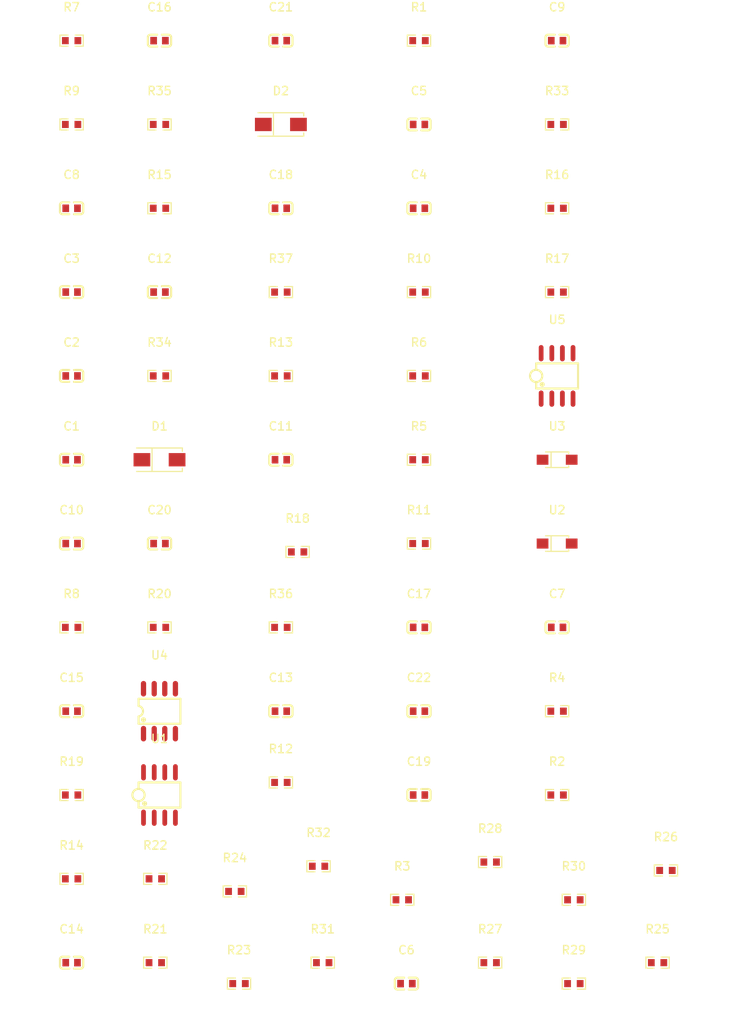
<source format=kicad_pcb>
(kicad_pcb (version 20241229) (generator "pcbnew") (generator_version "9.0")
  (layers (0 "F.Cu" signal) (2 "B.Cu" signal) (13 "F.Paste" user) (15 "B.Paste" user) (5 "F.SilkS" user "F.Silkscreen") (7 "B.SilkS" user "B.Silkscreen") (1 "F.Mask" user) (3 "B.Mask" user) (25 "Edge.Cuts" user))
  (net 0 "")
  (net 1 "net")
  (net 2 "resistors_ifs[0]-1")
  (net 3 "hv")
  (net 4 "gnd-1")
  (net 5 "net-1")
  (net 6 "net-8")
  (net 7 "wiper")
  (net 8 "line")
  (net 9 "input_dc_bias_r-net")
  (net 10 "line-1")
  (net 11 "P1INminus")
  (net 12 "CAPminus")
  (net 13 "wiper-1")
  (net 14 "net-7")
  (net 15 "gnd-2")
  (net 16 "non_inverting_input")
  (net 17 "net-3")
  (net 18 "OSC")
  (net 19 "net-4")
  (net 20 "anode")
  (net 21 "net-6")
  (net 22 "cathode")
  (net 23 "output")
  (net 24 "gnd")
  (net 25 "VCCplus")
  (net 26 "P2INminus")
  (net 27 "LV")
  (net 28 "resistors_ifs[0]")
  (net 29 "ff1_low_pass-gnd")
  (net 30 "resistors_ifs[1]")
  (net 31 "input_dc_bias_r-net-1")
  (net 32 "INPUT-1")
  (net 33 "gain_opamps-P1INminus")
  (net 34 "P2OUT")
  (net 35 "net-5")
  (net 36 "net-2")
  (net 37 "resistors_ifs[0]-2")
  (net 38 "P2OUT-1")
  (net 39 "INPUT")
  (net 40 "resistors_ifs[0]-3")
  (net 41 "P2INminus-1")
  (net 42 "hv-1")
  (net 43 "resistors_ifs[1]-1")
  (net 44 "CAPplus")
  (footprint "atopile:R0603-ebcab9" (layer "F.Cu") (at 41.5 -60)
    (property "Reference" "R5" (at 0 -4 0) (layer "F.SilkS"))
    (property "Value" "10kΩ ±1% 100mW")
    (fp_text user "${REFERENCE}" (at 0 -4 0) (layer "F.SilkS"))
    (pad "1" smd rect (at -0.75 0) (size 0.81 0.86) (layers "F.Cu" "F.Mask" "F.Paste") (net 39 "INPUT"))
    (pad "2" smd rect (at 0.75 0) (size 0.81 0.86) (layers "F.Cu" "F.Mask" "F.Paste") (net 40 "resistors_ifs[0]-3"))
  )
  (footprint "atopile:R0603-ebcab9" (layer "F.Cu") (at 10.5 -40)
    (property "Reference" "R20" (at 0 -4 0) (layer "F.SilkS"))
    (property "Value" "10kΩ ±1% 100mW")
    (fp_text user "${REFERENCE}" (at 0 -4 0) (layer "F.SilkS"))
    (pad "1" smd rect (at -0.75 0) (size 0.81 0.86) (layers "F.Cu" "F.Mask" "F.Paste") (net 32 "INPUT-1"))
    (pad "2" smd rect (at 0.75 0) (size 0.81 0.86) (layers "F.Cu" "F.Mask" "F.Paste") (net 15 "gnd-2"))
  )
  (footprint "atopile:SOD-123FL_L2.7-W1.8-LS3.8-RD-0c8348" (layer "F.Cu") (at 58 -60)
    (property "Reference" "U3" (at 0 -4 0) (layer "F.SilkS"))
    (property "Value" "")
    (fp_text user "${REFERENCE}" (at 0 -4 0) (layer "F.SilkS"))
    (pad "1" smd rect (at -1.74 0) (size 1.4 1.2) (layers "F.Cu" "F.Mask" "F.Paste") (net 22 "cathode"))
    (pad "2" smd rect (at 1.74 0) (size 1.4 1.2) (layers "F.Cu" "F.Mask" "F.Paste") (net 15 "gnd-2"))
  )
  (footprint "atopile:R0603-ebcab9" (layer "F.Cu") (at 10.5 -70)
    (property "Reference" "R34" (at 0 -4 0) (layer "F.SilkS"))
    (property "Value" "10kΩ ±1% 100mW")
    (fp_text user "${REFERENCE}" (at 0 -4 0) (layer "F.SilkS"))
    (pad "1" smd rect (at -0.75 0) (size 0.81 0.86) (layers "F.Cu" "F.Mask" "F.Paste") (net 23 "output"))
    (pad "2" smd rect (at 0.75 0) (size 0.81 0.86) (layers "F.Cu" "F.Mask" "F.Paste") (net 43 "resistors_ifs[1]-1"))
  )
  (footprint "atopile:R0603-ebcab9" (layer "F.Cu") (at 25 -80)
    (property "Reference" "R37" (at 0 -4 0) (layer "F.SilkS"))
    (property "Value" "10kΩ ±1% 100mW")
    (fp_text user "${REFERENCE}" (at 0 -4 0) (layer "F.SilkS"))
    (pad "1" smd rect (at -0.75 0) (size 0.81 0.86) (layers "F.Cu" "F.Mask" "F.Paste") (net 26 "P2INminus"))
    (pad "2" smd rect (at 0.75 0) (size 0.81 0.86) (layers "F.Cu" "F.Mask" "F.Paste") (net 34 "P2OUT"))
  )
  (footprint "atopile:C0603-bd72f6" (layer "F.Cu") (at 0 -60)
    (property "Reference" "C1" (at 0 -4 0) (layer "F.SilkS"))
    (property "Value" "100nF ±10% 50V X7R")
    (fp_text user "${REFERENCE}" (at 0 -4 0) (layer "F.SilkS"))
    (pad "1" smd rect (at -0.7 0) (size 0.8 0.9) (layers "F.Cu" "F.Mask" "F.Paste") (net 36 "net-2"))
    (pad "2" smd rect (at 0.7 0) (size 0.8 0.9) (layers "F.Cu" "F.Mask" "F.Paste") (net 16 "non_inverting_input"))
  )
  (footprint "atopile:SOIC-8_L5.0-W4.0-P1.27-LS6.0-BL-294f77" (layer "F.Cu") (at 10.5 -20)
    (property "Reference" "U1" (at 0 -6.71 0) (layer "F.SilkS"))
    (property "Value" "")
    (fp_text user "${REFERENCE}" (at 0 -6.71 0) (layer "F.SilkS"))
    (pad "1" smd oval (at -1.91 2.71) (size 0.57 1.95) (layers "F.Cu" "F.Mask" "F.Paste") (net 16 "non_inverting_input"))
    (pad "2" smd oval (at -0.63 2.71) (size 0.57 1.95) (layers "F.Cu" "F.Mask" "F.Paste") (net 33 "gain_opamps-P1INminus"))
    (pad "3" smd oval (at 0.63 2.71) (size 0.57 1.95) (layers "F.Cu" "F.Mask" "F.Paste") (net 16 "non_inverting_input"))
    (pad "4" smd oval (at 1.9 2.71) (size 0.57 1.95) (layers "F.Cu" "F.Mask" "F.Paste") (net 15 "gnd-2"))
    (pad "5" smd oval (at 1.9 -2.71) (size 0.57 1.95) (layers "F.Cu" "F.Mask" "F.Paste") (net 37 "resistors_ifs[0]-2"))
    (pad "6" smd oval (at 0.63 -2.71) (size 0.57 1.95) (layers "F.Cu" "F.Mask" "F.Paste") (net 41 "P2INminus-1"))
    (pad "7" smd oval (at -0.63 -2.71) (size 0.57 1.95) (layers "F.Cu" "F.Mask" "F.Paste") (net 38 "P2OUT-1"))
    (pad "8" smd oval (at -1.91 -2.71) (size 0.57 1.95) (layers "F.Cu" "F.Mask" "F.Paste") (net 42 "hv-1"))
  )
  (footprint "atopile:C0603-bd72f6" (layer "F.Cu") (at 25 -90)
    (property "Reference" "C18" (at 0 -4 0) (layer "F.SilkS"))
    (property "Value" "100nF ±10% 50V X7R")
    (fp_text user "${REFERENCE}" (at 0 -4 0) (layer "F.SilkS"))
    (pad "1" smd rect (at -0.7 0) (size 0.8 0.9) (layers "F.Cu" "F.Mask" "F.Paste") (net 34 "P2OUT"))
    (pad "2" smd rect (at 0.7 0) (size 0.8 0.9) (layers "F.Cu" "F.Mask" "F.Paste") (net 14 "net-7"))
  )
  (footprint "atopile:C0603-bd72f6" (layer "F.Cu") (at 41.5 -20)
    (property "Reference" "C19" (at 0 -4 0) (layer "F.SilkS"))
    (property "Value" "100nF ±10% 50V X7R")
    (fp_text user "${REFERENCE}" (at 0 -4 0) (layer "F.SilkS"))
    (pad "1" smd rect (at -0.7 0) (size 0.8 0.9) (layers "F.Cu" "F.Mask" "F.Paste") (net 25 "VCCplus"))
    (pad "2" smd rect (at 0.7 0) (size 0.8 0.9) (layers "F.Cu" "F.Mask" "F.Paste") (net 15 "gnd-2"))
  )
  (footprint "atopile:R0603-ebcab9" (layer "F.Cu") (at 19.5 -8.5)
    (property "Reference" "R24" (at 0 -4 0) (layer "F.SilkS"))
    (property "Value" "10kΩ ±1% 100mW")
    (fp_text user "${REFERENCE}" (at 0 -4 0) (layer "F.SilkS"))
    (pad "1" smd rect (at -0.75 0) (size 0.81 0.86) (layers "F.Cu" "F.Mask" "F.Paste") (net 42 "hv-1"))
    (pad "2" smd rect (at 0.75 0) (size 0.81 0.86) (layers "F.Cu" "F.Mask" "F.Paste") (net 16 "non_inverting_input"))
  )
  (footprint "atopile:R0603-ebcab9" (layer "F.Cu") (at 58 -80)
    (property "Reference" "R17" (at 0 -4 0) (layer "F.SilkS"))
    (property "Value" "10kΩ ±1% 100mW")
    (fp_text user "${REFERENCE}" (at 0 -4 0) (layer "F.SilkS"))
    (pad "1" smd rect (at -0.75 0) (size 0.81 0.86) (layers "F.Cu" "F.Mask" "F.Paste") (net 9 "input_dc_bias_r-net"))
    (pad "2" smd rect (at 0.75 0) (size 0.81 0.86) (layers "F.Cu" "F.Mask" "F.Paste") (net 31 "input_dc_bias_r-net-1"))
  )
  (footprint "atopile:C0603-bd72f6" (layer "F.Cu") (at 0 0)
    (property "Reference" "C14" (at 0 -4 0) (layer "F.SilkS"))
    (property "Value" "100nF ±10% 50V X7R")
    (fp_text user "${REFERENCE}" (at 0 -4 0) (layer "F.SilkS"))
    (pad "1" smd rect (at -0.7 0) (size 0.8 0.9) (layers "F.Cu" "F.Mask" "F.Paste") (net 41 "P2INminus-1"))
    (pad "2" smd rect (at 0.7 0) (size 0.8 0.9) (layers "F.Cu" "F.Mask" "F.Paste") (net 38 "P2OUT-1"))
  )
  (footprint "atopile:R0603-ebcab9" (layer "F.Cu") (at 10.5 -90)
    (property "Reference" "R15" (at 0 -4 0) (layer "F.SilkS"))
    (property "Value" "10kΩ ±1% 100mW")
    (fp_text user "${REFERENCE}" (at 0 -4 0) (layer "F.SilkS"))
    (pad "1" smd rect (at -0.75 0) (size 0.81 0.86) (layers "F.Cu" "F.Mask" "F.Paste") (net 1 "net"))
    (pad "2" smd rect (at 0.75 0) (size 0.81 0.86) (layers "F.Cu" "F.Mask" "F.Paste") (net 22 "cathode"))
  )
  (footprint "atopile:R0603-ebcab9" (layer "F.Cu") (at 39.5 -7.5)
    (property "Reference" "R3" (at 0 -4 0) (layer "F.SilkS"))
    (property "Value" "10kΩ ±1% 100mW")
    (fp_text user "${REFERENCE}" (at 0 -4 0) (layer "F.SilkS"))
    (pad "1" smd rect (at -0.75 0) (size 0.81 0.86) (layers "F.Cu" "F.Mask" "F.Paste") (net 10 "line-1"))
    (pad "2" smd rect (at 0.75 0) (size 0.81 0.86) (layers "F.Cu" "F.Mask" "F.Paste") (net 8 "line"))
  )
  (footprint "atopile:C0603-bd72f6" (layer "F.Cu") (at 0 -70)
    (property "Reference" "C2" (at 0 -4 0) (layer "F.SilkS"))
    (property "Value" "100nF ±10% 50V X7R")
    (fp_text user "${REFERENCE}" (at 0 -4 0) (layer "F.SilkS"))
    (pad "1" smd rect (at -0.7 0) (size 0.8 0.9) (layers "F.Cu" "F.Mask" "F.Paste") (net 42 "hv-1"))
    (pad "2" smd rect (at 0.7 0) (size 0.8 0.9) (layers "F.Cu" "F.Mask" "F.Paste") (net 15 "gnd-2"))
  )
  (footprint "atopile:R0603-ebcab9" (layer "F.Cu") (at 25 -40)
    (property "Reference" "R36" (at 0 -4 0) (layer "F.SilkS"))
    (property "Value" "10kΩ ±1% 100mW")
    (fp_text user "${REFERENCE}" (at 0 -4 0) (layer "F.SilkS"))
    (pad "1" smd rect (at -0.75 0) (size 0.81 0.86) (layers "F.Cu" "F.Mask" "F.Paste") (net 2 "resistors_ifs[0]-1"))
    (pad "2" smd rect (at 0.75 0) (size 0.81 0.86) (layers "F.Cu" "F.Mask" "F.Paste") (net 34 "P2OUT"))
  )
  (footprint "atopile:C0603-bd72f6" (layer "F.Cu") (at 40 2.5)
    (property "Reference" "C6" (at 0 -4 0) (layer "F.SilkS"))
    (property "Value" "100nF ±10% 50V X7R")
    (fp_text user "${REFERENCE}" (at 0 -4 0) (layer "F.SilkS"))
    (pad "1" smd rect (at -0.7 0) (size 0.8 0.9) (layers "F.Cu" "F.Mask" "F.Paste") (net 8 "line"))
    (pad "2" smd rect (at 0.7 0) (size 0.8 0.9) (layers "F.Cu" "F.Mask" "F.Paste") (net 29 "ff1_low_pass-gnd"))
  )
  (footprint "atopile:R0603-ebcab9" (layer "F.Cu") (at 0 -100)
    (property "Reference" "R9" (at 0 -4 0) (layer "F.SilkS"))
    (property "Value" "10kΩ ±1% 100mW")
    (fp_text user "${REFERENCE}" (at 0 -4 0) (layer "F.SilkS"))
    (pad "1" smd rect (at -0.75 0) (size 0.81 0.86) (layers "F.Cu" "F.Mask" "F.Paste") (net 13 "wiper-1"))
    (pad "2" smd rect (at 0.75 0) (size 0.81 0.86) (layers "F.Cu" "F.Mask" "F.Paste") (net 11 "P1INminus"))
  )
  (footprint "atopile:R0603-ebcab9" (layer "F.Cu") (at 10 -10)
    (property "Reference" "R22" (at 0 -4 0) (layer "F.SilkS"))
    (property "Value" "10kΩ ±1% 100mW")
    (fp_text user "${REFERENCE}" (at 0 -4 0) (layer "F.SilkS"))
    (pad "1" smd rect (at -0.75 0) (size 0.81 0.86) (layers "F.Cu" "F.Mask" "F.Paste") (net 3 "hv"))
    (pad "2" smd rect (at 0.75 0) (size 0.81 0.86) (layers "F.Cu" "F.Mask" "F.Paste") (net 32 "INPUT-1"))
  )
  (footprint "atopile:R0603-ebcab9" (layer "F.Cu") (at 60 2.5)
    (property "Reference" "R29" (at 0 -4 0) (layer "F.SilkS"))
    (property "Value" "10kΩ ±1% 100mW")
    (fp_text user "${REFERENCE}" (at 0 -4 0) (layer "F.SilkS"))
    (pad "1" smd rect (at -0.75 0) (size 0.81 0.86) (layers "F.Cu" "F.Mask" "F.Paste") (net 28 "resistors_ifs[0]"))
    (pad "2" smd rect (at 0.75 0) (size 0.81 0.86) (layers "F.Cu" "F.Mask" "F.Paste") (net 4 "gnd-1"))
  )
  (footprint "atopile:C0603-bd72f6" (layer "F.Cu") (at 10.5 -110)
    (property "Reference" "C16" (at 0 -4 0) (layer "F.SilkS"))
    (property "Value" "100nF ±10% 50V X7R")
    (fp_text user "${REFERENCE}" (at 0 -4 0) (layer "F.SilkS"))
    (pad "1" smd rect (at -0.7 0) (size 0.8 0.9) (layers "F.Cu" "F.Mask" "F.Paste") (net 22 "cathode"))
    (pad "2" smd rect (at 0.7 0) (size 0.8 0.9) (layers "F.Cu" "F.Mask" "F.Paste") (net 5 "net-1"))
  )
  (footprint "atopile:R0603-ebcab9" (layer "F.Cu") (at 0 -40)
    (property "Reference" "R8" (at 0 -4 0) (layer "F.SilkS"))
    (property "Value" "10kΩ ±1% 100mW")
    (fp_text user "${REFERENCE}" (at 0 -4 0) (layer "F.SilkS"))
    (pad "1" smd rect (at -0.75 0) (size 0.81 0.86) (layers "F.Cu" "F.Mask" "F.Paste") (net 13 "wiper-1"))
    (pad "2" smd rect (at 0.75 0) (size 0.81 0.86) (layers "F.Cu" "F.Mask" "F.Paste") (net 17 "net-3"))
  )
  (footprint "atopile:R0603-ebcab9" (layer "F.Cu") (at 70 0)
    (property "Reference" "R25" (at 0 -4 0) (layer "F.SilkS"))
    (property "Value" "10kΩ ±1% 100mW")
    (fp_text user "${REFERENCE}" (at 0 -4 0) (layer "F.SilkS"))
    (pad "1" smd rect (at -0.75 0) (size 0.81 0.86) (layers "F.Cu" "F.Mask" "F.Paste") (net 37 "resistors_ifs[0]-2"))
    (pad "2" smd rect (at 0.75 0) (size 0.81 0.86) (layers "F.Cu" "F.Mask" "F.Paste") (net 16 "non_inverting_input"))
  )
  (footprint "atopile:R0603-ebcab9" (layer "F.Cu") (at 71 -11)
    (property "Reference" "R26" (at 0 -4 0) (layer "F.SilkS"))
    (property "Value" "10kΩ ±1% 100mW")
    (fp_text user "${REFERENCE}" (at 0 -4 0) (layer "F.SilkS"))
    (pad "1" smd rect (at -0.75 0) (size 0.81 0.86) (layers "F.Cu" "F.Mask" "F.Paste") (net 30 "resistors_ifs[1]"))
    (pad "2" smd rect (at 0.75 0) (size 0.81 0.86) (layers "F.Cu" "F.Mask" "F.Paste") (net 16 "non_inverting_input"))
  )
  (footprint "atopile:C0603-bd72f6" (layer "F.Cu") (at 25 -60)
    (property "Reference" "C11" (at 0 -4 0) (layer "F.SilkS"))
    (property "Value" "100nF ±10% 50V X7R")
    (fp_text user "${REFERENCE}" (at 0 -4 0) (layer "F.SilkS"))
    (pad "1" smd rect (at -0.7 0) (size 0.8 0.9) (layers "F.Cu" "F.Mask" "F.Paste") (net 16 "non_inverting_input"))
    (pad "2" smd rect (at 0.7 0) (size 0.8 0.9) (layers "F.Cu" "F.Mask" "F.Paste") (net 10 "line-1"))
  )
  (footprint "atopile:C0603-bd72f6" (layer "F.Cu") (at 0 -50)
    (property "Reference" "C10" (at 0 -4 0) (layer "F.SilkS"))
    (property "Value" "100nF ±10% 50V X7R")
    (fp_text user "${REFERENCE}" (at 0 -4 0) (layer "F.SilkS"))
    (pad "1" smd rect (at -0.7 0) (size 0.8 0.9) (layers "F.Cu" "F.Mask" "F.Paste") (net 21 "net-6"))
    (pad "2" smd rect (at 0.7 0) (size 0.8 0.9) (layers "F.Cu" "F.Mask" "F.Paste") (net 11 "P1INminus"))
  )
  (footprint "atopile:C0603-bd72f6" (layer "F.Cu") (at 25 -110)
    (property "Reference" "C21" (at 0 -4 0) (layer "F.SilkS"))
    (property "Value" "100nF ±10% 50V X7R")
    (fp_text user "${REFERENCE}" (at 0 -4 0) (layer "F.SilkS"))
    (pad "1" smd rect (at -0.7 0) (size 0.8 0.9) (layers "F.Cu" "F.Mask" "F.Paste") (net 11 "P1INminus"))
    (pad "2" smd rect (at 0.7 0) (size 0.8 0.9) (layers "F.Cu" "F.Mask" "F.Paste") (net 23 "output"))
  )
  (footprint "atopile:C0603-bd72f6" (layer "F.Cu") (at 41.5 -90)
    (property "Reference" "C4" (at 0 -4 0) (layer "F.SilkS"))
    (property "Value" "100nF ±10% 50V X7R")
    (fp_text user "${REFERENCE}" (at 0 -4 0) (layer "F.SilkS"))
    (pad "1" smd rect (at -0.7 0) (size 0.8 0.9) (layers "F.Cu" "F.Mask" "F.Paste") (net 44 "CAPplus"))
    (pad "2" smd rect (at 0.7 0) (size 0.8 0.9) (layers "F.Cu" "F.Mask" "F.Paste") (net 20 "anode"))
  )
  (footprint "atopile:C0603-bd72f6" (layer "F.Cu") (at 10.5 -80)
    (property "Reference" "C12" (at 0 -4 0) (layer "F.SilkS"))
    (property "Value" "100nF ±10% 50V X7R")
    (fp_text user "${REFERENCE}" (at 0 -4 0) (layer "F.SilkS"))
    (pad "1" smd rect (at -0.7 0) (size 0.8 0.9) (layers "F.Cu" "F.Mask" "F.Paste") (net 10 "line-1"))
    (pad "2" smd rect (at 0.7 0) (size 0.8 0.9) (layers "F.Cu" "F.Mask" "F.Paste") (net 37 "resistors_ifs[0]-2"))
  )
  (footprint "atopile:C0603-bd72f6" (layer "F.Cu") (at 25 -30)
    (property "Reference" "C13" (at 0 -4 0) (layer "F.SilkS"))
    (property "Value" "100nF ±10% 50V X7R")
    (fp_text user "${REFERENCE}" (at 0 -4 0) (layer "F.SilkS"))
    (pad "1" smd rect (at -0.7 0) (size 0.8 0.9) (layers "F.Cu" "F.Mask" "F.Paste") (net 6 "net-8"))
    (pad "2" smd rect (at 0.7 0) (size 0.8 0.9) (layers "F.Cu" "F.Mask" "F.Paste") (net 41 "P2INminus-1"))
  )
  (footprint "atopile:C0603-bd72f6" (layer "F.Cu") (at 0 -80)
    (property "Reference" "C3" (at 0 -4 0) (layer "F.SilkS"))
    (property "Value" "100nF ±10% 50V X7R")
    (fp_text user "${REFERENCE}" (at 0 -4 0) (layer "F.SilkS"))
    (pad "1" smd rect (at -0.7 0) (size 0.8 0.9) (layers "F.Cu" "F.Mask" "F.Paste") (net 12 "CAPminus"))
    (pad "2" smd rect (at 0.7 0) (size 0.8 0.9) (layers "F.Cu" "F.Mask" "F.Paste") (net 44 "CAPplus"))
  )
  (footprint "atopile:SMA_L4.3-W2.5-LS5.0-RD-e683d9" (layer "F.Cu") (at 25 -100)
    (property "Reference" "D2" (at 0 -4 0) (layer "F.SilkS"))
    (property "Value" "")
    (fp_text user "${REFERENCE}" (at 0 -4 0) (layer "F.SilkS"))
    (pad "1" smd rect (at -2.1 0 180) (size 2 1.59) (layers "F.Cu" "F.Mask" "F.Paste") (net 25 "VCCplus"))
    (pad "2" smd rect (at 2.1 0 180) (size 2 1.59) (layers "F.Cu" "F.Mask" "F.Paste") (net 20 "anode"))
  )
  (footprint "atopile:R0603-ebcab9" (layer "F.Cu") (at 25 -21.5)
    (property "Reference" "R12" (at 0 -4 0) (layer "F.SilkS"))
    (property "Value" "10kΩ ±1% 100mW")
    (fp_text user "${REFERENCE}" (at 0 -4 0) (layer "F.SilkS"))
    (pad "1" smd rect (at -0.75 0) (size 0.81 0.86) (layers "F.Cu" "F.Mask" "F.Paste") (net 30 "resistors_ifs[1]"))
    (pad "2" smd rect (at 0.75 0) (size 0.81 0.86) (layers "F.Cu" "F.Mask" "F.Paste") (net 6 "net-8"))
  )
  (footprint "atopile:C0603-bd72f6" (layer "F.Cu") (at 10.5 -50)
    (property "Reference" "C20" (at 0 -4 0) (layer "F.SilkS"))
    (property "Value" "100nF ±10% 50V X7R")
    (fp_text user "${REFERENCE}" (at 0 -4 0) (layer "F.SilkS"))
    (pad "1" smd rect (at -0.7 0) (size 0.8 0.9) (layers "F.Cu" "F.Mask" "F.Paste") (net 24 "gnd"))
    (pad "2" smd rect (at 0.7 0) (size 0.8 0.9) (layers "F.Cu" "F.Mask" "F.Paste") (net 15 "gnd-2"))
  )
  (footprint "atopile:R0603-ebcab9" (layer "F.Cu") (at 27 -49)
    (property "Reference" "R18" (at 0 -4 0) (layer "F.SilkS"))
    (property "Value" "10kΩ ±1% 100mW")
    (fp_text user "${REFERENCE}" (at 0 -4 0) (layer "F.SilkS"))
    (pad "1" smd rect (at -0.75 0) (size 0.81 0.86) (layers "F.Cu" "F.Mask" "F.Paste") (net 39 "INPUT"))
    (pad "2" smd rect (at 0.75 0) (size 0.81 0.86) (layers "F.Cu" "F.Mask" "F.Paste") (net 36 "net-2"))
  )
  (footprint "atopile:R0603-ebcab9" (layer "F.Cu") (at 30 0)
    (property "Reference" "R31" (at 0 -4 0) (layer "F.SilkS"))
    (property "Value" "10kΩ ±1% 100mW")
    (fp_text user "${REFERENCE}" (at 0 -4 0) (layer "F.SilkS"))
    (pad "1" smd rect (at -0.75 0) (size 0.81 0.86) (layers "F.Cu" "F.Mask" "F.Paste") (net 2 "resistors_ifs[0]-1"))
    (pad "2" smd rect (at 0.75 0) (size 0.81 0.86) (layers "F.Cu" "F.Mask" "F.Paste") (net 7 "wiper"))
  )
  (footprint "atopile:R0603-ebcab9" (layer "F.Cu") (at 0 -110)
    (property "Reference" "R7" (at 0 -4 0) (layer "F.SilkS"))
    (property "Value" "10kΩ ±1% 100mW")
    (fp_text user "${REFERENCE}" (at 0 -4 0) (layer "F.SilkS"))
    (pad "1" smd rect (at -0.75 0) (size 0.81 0.86) (layers "F.Cu" "F.Mask" "F.Paste") (net 19 "net-4"))
    (pad "2" smd rect (at 0.75 0) (size 0.81 0.86) (layers "F.Cu" "F.Mask" "F.Paste") (net 16 "non_inverting_input"))
  )
  (footprint "atopile:C0603-bd72f6" (layer "F.Cu") (at 41.5 -100)
    (property "Reference" "C5" (at 0 -4 0) (layer "F.SilkS"))
    (property "Value" "100nF ±10% 50V X7R")
    (fp_text user "${REFERENCE}" (at 0 -4 0) (layer "F.SilkS"))
    (pad "1" smd rect (at -0.7 0) (size 0.8 0.9) (layers "F.Cu" "F.Mask" "F.Paste") (net 16 "non_inverting_input"))
    (pad "2" smd rect (at 0.7 0) (size 0.8 0.9) (layers "F.Cu" "F.Mask" "F.Paste") (net 35 "net-5"))
  )
  (footprint "atopile:C0603-bd72f6" (layer "F.Cu") (at 0 -90)
    (property "Reference" "C8" (at 0 -4 0) (layer "F.SilkS"))
    (property "Value" "100nF ±10% 50V X7R")
    (fp_text user "${REFERENCE}" (at 0 -4 0) (layer "F.SilkS"))
    (pad "1" smd rect (at -0.7 0) (size 0.8 0.9) (layers "F.Cu" "F.Mask" "F.Paste") (net 40 "resistors_ifs[0]-3"))
    (pad "2" smd rect (at 0.7 0) (size 0.8 0.9) (layers "F.Cu" "F.Mask" "F.Paste") (net 19 "net-4"))
  )
  (footprint "atopile:R0603-ebcab9" (layer "F.Cu") (at 10.5 -100)
    (property "Reference" "R35" (at 0 -4 0) (layer "F.SilkS"))
    (property "Value" "10kΩ ±1% 100mW")
    (fp_text user "${REFERENCE}" (at 0 -4 0) (layer "F.SilkS"))
    (pad "1" smd rect (at -0.75 0) (size 0.81 0.86) (layers "F.Cu" "F.Mask" "F.Paste") (net 23 "output"))
    (pad "2" smd rect (at 0.75 0) (size 0.81 0.86) (layers "F.Cu" "F.Mask" "F.Paste") (net 26 "P2INminus"))
  )
  (footprint "atopile:R0603-ebcab9" (layer "F.Cu") (at 41.5 -70)
    (property "Reference" "R6" (at 0 -4 0) (layer "F.SilkS"))
    (property "Value" "10kΩ ±1% 100mW")
    (fp_text user "${REFERENCE}" (at 0 -4 0) (layer "F.SilkS"))
    (pad "1" smd rect (at -0.75 0) (size 0.81 0.86) (layers "F.Cu" "F.Mask" "F.Paste") (net 40 "resistors_ifs[0]-3"))
    (pad "2" smd rect (at 0.75 0) (size 0.81 0.86) (layers "F.Cu" "F.Mask" "F.Paste") (net 16 "non_inverting_input"))
  )
  (footprint "atopile:C0603-bd72f6" (layer "F.Cu") (at 41.5 -30)
    (property "Reference" "C22" (at 0 -4 0) (layer "F.SilkS"))
    (property "Value" "100nF ±10% 50V X7R")
    (fp_text user "${REFERENCE}" (at 0 -4 0) (layer "F.SilkS"))
    (pad "1" smd rect (at -0.7 0) (size 0.8 0.9) (layers "F.Cu" "F.Mask" "F.Paste") (net 7 "wiper"))
    (pad "2" smd rect (at 0.7 0) (size 0.8 0.9) (layers "F.Cu" "F.Mask" "F.Paste") (net 26 "P2INminus"))
  )
  (footprint "atopile:R0603-ebcab9" (layer "F.Cu") (at 41.5 -80)
    (property "Reference" "R10" (at 0 -4 0) (layer "F.SilkS"))
    (property "Value" "10kΩ ±1% 100mW")
    (fp_text user "${REFERENCE}" (at 0 -4 0) (layer "F.SilkS"))
    (pad "1" smd rect (at -0.75 0) (size 0.81 0.86) (layers "F.Cu" "F.Mask" "F.Paste") (net 13 "wiper-1"))
    (pad "2" smd rect (at 0.75 0) (size 0.81 0.86) (layers "F.Cu" "F.Mask" "F.Paste") (net 21 "net-6"))
  )
  (footprint "atopile:SOIC-8_L5.0-W4.0-P1.27-LS6.0-BL-294f77" (layer "F.Cu") (at 58 -70)
    (property "Reference" "U5" (at 0 -6.71 0) (layer "F.SilkS"))
    (property "Value" "")
    (fp_text user "${REFERENCE}" (at 0 -6.71 0) (layer "F.SilkS"))
    (pad "1" smd oval (at -1.91 2.71) (size 0.57 1.95) (layers "F.Cu" "F.Mask" "F.Paste") (net 23 "output"))
    (pad "2" smd oval (at -0.63 2.71) (size 0.57 1.95) (layers "F.Cu" "F.Mask" "F.Paste") (net 11 "P1INminus"))
    (pad "3" smd oval (at 0.63 2.71) (size 0.57 1.95) (layers "F.Cu" "F.Mask" "F.Paste") (net 16 "non_inverting_input"))
    (pad "4" smd oval (at 1.9 2.71) (size 0.57 1.95) (layers "F.Cu" "F.Mask" "F.Paste") (net 24 "gnd"))
    (pad "5" smd oval (at 1.9 -2.71) (size 0.57 1.95) (layers "F.Cu" "F.Mask" "F.Paste") (net 16 "non_inverting_input"))
    (pad "6" smd oval (at 0.63 -2.71) (size 0.57 1.95) (layers "F.Cu" "F.Mask" "F.Paste") (net 26 "P2INminus"))
    (pad "7" smd oval (at -0.63 -2.71) (size 0.57 1.95) (layers "F.Cu" "F.Mask" "F.Paste") (net 34 "P2OUT"))
    (pad "8" smd oval (at -1.91 -2.71) (size 0.57 1.95) (layers "F.Cu" "F.Mask" "F.Paste") (net 25 "VCCplus"))
  )
  (footprint "atopile:R0603-ebcab9" (layer "F.Cu") (at 58 -100)
    (property "Reference" "R33" (at 0 -4 0) (layer "F.SilkS"))
    (property "Value" "10kΩ ±1% 100mW")
    (fp_text user "${REFERENCE}" (at 0 -4 0) (layer "F.SilkS"))
    (pad "1" smd rect (at -0.75 0) (size 0.81 0.86) (layers "F.Cu" "F.Mask" "F.Paste") (net 11 "P1INminus"))
    (pad "2" smd rect (at 0.75 0) (size 0.81 0.86) (layers "F.Cu" "F.Mask" "F.Paste") (net 23 "output"))
  )
  (footprint "atopile:R0603-ebcab9" (layer "F.Cu") (at 58 -30)
    (property "Reference" "R4" (at 0 -4 0) (layer "F.SilkS"))
    (property "Value" "10kΩ ±1% 100mW")
    (fp_text user "${REFERENCE}" (at 0 -4 0) (layer "F.SilkS"))
    (pad "1" smd rect (at -0.75 0) (size 0.81 0.86) (layers "F.Cu" "F.Mask" "F.Paste") (net 8 "line"))
    (pad "2" smd rect (at 0.75 0) (size 0.81 0.86) (layers "F.Cu" "F.Mask" "F.Paste") (net 11 "P1INminus"))
  )
  (footprint "atopile:R0603-ebcab9" (layer "F.Cu") (at 50 0)
    (property "Reference" "R27" (at 0 -4 0) (layer "F.SilkS"))
    (property "Value" "10kΩ ±1% 100mW")
    (fp_text user "${REFERENCE}" (at 0 -4 0) (layer "F.SilkS"))
    (pad "1" smd rect (at -0.75 0) (size 0.81 0.86) (layers "F.Cu" "F.Mask" "F.Paste") (net 40 "resistors_ifs[0]-3"))
    (pad "2" smd rect (at 0.75 0) (size 0.81 0.86) (layers "F.Cu" "F.Mask" "F.Paste") (net 13 "wiper-1"))
  )
  (footprint "atopile:R0603-ebcab9" (layer "F.Cu") (at 50 -12)
    (property "Reference" "R28" (at 0 -4 0) (layer "F.SilkS"))
    (property "Value" "10kΩ ±1% 100mW")
    (fp_text user "${REFERENCE}" (at 0 -4 0) (layer "F.SilkS"))
    (pad "1" smd rect (at -0.75 0) (size 0.81 0.86) (layers "F.Cu" "F.Mask" "F.Paste") (net 16 "non_inverting_input"))
    (pad "2" smd rect (at 0.75 0) (size 0.81 0.86) (layers "F.Cu" "F.Mask" "F.Paste") (net 13 "wiper-1"))
  )
  (footprint "atopile:C0603-bd72f6" (layer "F.Cu") (at 41.5 -40)
    (property "Reference" "C17" (at 0 -4 0) (layer "F.SilkS"))
    (property "Value" "100nF ±10% 50V X7R")
    (fp_text user "${REFERENCE}" (at 0 -4 0) (layer "F.SilkS"))
    (pad "1" smd rect (at -0.7 0) (size 0.8 0.9) (layers "F.Cu" "F.Mask" "F.Paste") (net 16 "non_inverting_input"))
    (pad "2" smd rect (at 0.7 0) (size 0.8 0.9) (layers "F.Cu" "F.Mask" "F.Paste") (net 15 "gnd-2"))
  )
  (footprint "atopile:C0603-bd72f6" (layer "F.Cu") (at 58 -40)
    (property "Reference" "C7" (at 0 -4 0) (layer "F.SilkS"))
    (property "Value" "100nF ±10% 50V X7R")
    (fp_text user "${REFERENCE}" (at 0 -4 0) (layer "F.SilkS"))
    (pad "1" smd rect (at -0.7 0) (size 0.8 0.9) (layers "F.Cu" "F.Mask" "F.Paste") (net 39 "INPUT"))
    (pad "2" smd rect (at 0.7 0) (size 0.8 0.9) (layers "F.Cu" "F.Mask" "F.Paste") (net 40 "resistors_ifs[0]-3"))
  )
  (footprint "atopile:R0603-ebcab9" (layer "F.Cu") (at 20 2.5)
    (property "Reference" "R23" (at 0 -4 0) (layer "F.SilkS"))
    (property "Value" "10kΩ ±1% 100mW")
    (fp_text user "${REFERENCE}" (at 0 -4 0) (layer "F.SilkS"))
    (pad "1" smd rect (at -0.75 0) (size 0.81 0.86) (layers "F.Cu" "F.Mask" "F.Paste") (net 16 "non_inverting_input"))
    (pad "2" smd rect (at 0.75 0) (size 0.81 0.86) (layers "F.Cu" "F.Mask" "F.Paste") (net 15 "gnd-2"))
  )
  (footprint "atopile:R0603-ebcab9" (layer "F.Cu") (at 29.5 -11.5)
    (property "Reference" "R32" (at 0 -4 0) (layer "F.SilkS"))
    (property "Value" "10kΩ ±1% 100mW")
    (fp_text user "${REFERENCE}" (at 0 -4 0) (layer "F.SilkS"))
    (pad "1" smd rect (at -0.75 0) (size 0.81 0.86) (layers "F.Cu" "F.Mask" "F.Paste") (net 43 "resistors_ifs[1]-1"))
    (pad "2" smd rect (at 0.75 0) (size 0.81 0.86) (layers "F.Cu" "F.Mask" "F.Paste") (net 7 "wiper"))
  )
  (footprint "atopile:SOP-8_L4.9-W3.9-P1.27-LS6.0-BL-0d1ac6" (layer "F.Cu") (at 10.5 -30)
    (property "Reference" "U4" (at 0 -6.68 0) (layer "F.SilkS"))
    (property "Value" "")
    (fp_text user "${REFERENCE}" (at 0 -6.68 0) (layer "F.SilkS"))
    (pad "1" smd oval (at -1.91 2.68) (size 0.63 1.86) (layers "F.Cu" "F.Mask" "F.Paste") (net 42 "hv-1"))
    (pad "2" smd oval (at -0.63 2.68) (size 0.63 1.86) (layers "F.Cu" "F.Mask" "F.Paste") (net 44 "CAPplus"))
    (pad "3" smd oval (at 0.63 2.68) (size 0.63 1.86) (layers "F.Cu" "F.Mask" "F.Paste") (net 15 "gnd-2"))
    (pad "4" smd oval (at 1.9 2.68) (size 0.63 1.86) (layers "F.Cu" "F.Mask" "F.Paste") (net 12 "CAPminus"))
    (pad "5" smd oval (at 1.9 -2.68) (size 0.63 1.86) (layers "F.Cu" "F.Mask" "F.Paste") (net 24 "gnd"))
    (pad "6" smd oval (at 0.63 -2.68) (size 0.63 1.86) (layers "F.Cu" "F.Mask" "F.Paste") (net 27 "LV"))
    (pad "7" smd oval (at -0.63 -2.68) (size 0.63 1.86) (layers "F.Cu" "F.Mask" "F.Paste") (net 18 "OSC"))
    (pad "8" smd oval (at -1.91 -2.68) (size 0.63 1.86) (layers "F.Cu" "F.Mask" "F.Paste") (net 42 "hv-1"))
  )
  (footprint "atopile:R0603-ebcab9" (layer "F.Cu") (at 25 -70)
    (property "Reference" "R13" (at 0 -4 0) (layer "F.SilkS"))
    (property "Value" "10kΩ ±1% 100mW")
    (fp_text user "${REFERENCE}" (at 0 -4 0) (layer "F.SilkS"))
    (pad "1" smd rect (at -0.75 0) (size 0.81 0.86) (layers "F.Cu" "F.Mask" "F.Paste") (net 6 "net-8"))
    (pad "2" smd rect (at 0.75 0) (size 0.81 0.86) (layers "F.Cu" "F.Mask" "F.Paste") (net 41 "P2INminus-1"))
  )
  (footprint "atopile:SMA_L4.3-W2.5-LS5.0-RD-e683d9" (layer "F.Cu") (at 10.5 -60)
    (property "Reference" "D1" (at 0 -4 0) (layer "F.SilkS"))
    (property "Value" "")
    (fp_text user "${REFERENCE}" (at 0 -4 0) (layer "F.SilkS"))
    (pad "1" smd rect (at -2.1 0 180) (size 2 1.59) (layers "F.Cu" "F.Mask" "F.Paste") (net 20 "anode"))
    (pad "2" smd rect (at 2.1 0 180) (size 2 1.59) (layers "F.Cu" "F.Mask" "F.Paste") (net 42 "hv-1"))
  )
  (footprint "atopile:R0603-ebcab9" (layer "F.Cu") (at 41.5 -50)
    (property "Reference" "R11" (at 0 -4 0) (layer "F.SilkS"))
    (property "Value" "10kΩ ±1% 100mW")
    (fp_text user "${REFERENCE}" (at 0 -4 0) (layer "F.SilkS"))
    (pad "1" smd rect (at -0.75 0) (size 0.81 0.86) (layers "F.Cu" "F.Mask" "F.Paste") (net 10 "line-1"))
    (pad "2" smd rect (at 0.75 0) (size 0.81 0.86) (layers "F.Cu" "F.Mask" "F.Paste") (net 37 "resistors_ifs[0]-2"))
  )
  (footprint "atopile:C0603-bd72f6" (layer "F.Cu") (at 58 -110)
    (property "Reference" "C9" (at 0 -4 0) (layer "F.SilkS"))
    (property "Value" "100nF ±10% 50V X7R")
    (fp_text user "${REFERENCE}" (at 0 -4 0) (layer "F.SilkS"))
    (pad "1" smd rect (at -0.7 0) (size 0.8 0.9) (layers "F.Cu" "F.Mask" "F.Paste") (net 17 "net-3"))
    (pad "2" smd rect (at 0.7 0) (size 0.8 0.9) (layers "F.Cu" "F.Mask" "F.Paste") (net 5 "net-1"))
  )
  (footprint "atopile:R0603-ebcab9" (layer "F.Cu") (at 41.5 -110)
    (property "Reference" "R1" (at 0 -4 0) (layer "F.SilkS"))
    (property "Value" "10kΩ ±1% 100mW")
    (fp_text user "${REFERENCE}" (at 0 -4 0) (layer "F.SilkS"))
    (pad "1" smd rect (at -0.75 0) (size 0.81 0.86) (layers "F.Cu" "F.Mask" "F.Paste") (net 35 "net-5"))
    (pad "2" smd rect (at 0.75 0) (size 0.81 0.86) (layers "F.Cu" "F.Mask" "F.Paste") (net 15 "gnd-2"))
  )
  (footprint "atopile:R0603-ebcab9" (layer "F.Cu") (at 0 -20)
    (property "Reference" "R19" (at 0 -4 0) (layer "F.SilkS"))
    (property "Value" "10kΩ ±1% 100mW")
    (fp_text user "${REFERENCE}" (at 0 -4 0) (layer "F.SilkS"))
    (pad "1" smd rect (at -0.75 0) (size 0.81 0.86) (layers "F.Cu" "F.Mask" "F.Paste") (net 14 "net-7"))
    (pad "2" smd rect (at 0.75 0) (size 0.81 0.86) (layers "F.Cu" "F.Mask" "F.Paste") (net 28 "resistors_ifs[0]"))
  )
  (footprint "atopile:R0603-ebcab9" (layer "F.Cu") (at 0 -10)
    (property "Reference" "R14" (at 0 -4 0) (layer "F.SilkS"))
    (property "Value" "10kΩ ±1% 100mW")
    (fp_text user "${REFERENCE}" (at 0 -4 0) (layer "F.SilkS"))
    (pad "1" smd rect (at -0.75 0) (size 0.81 0.86) (layers "F.Cu" "F.Mask" "F.Paste") (net 41 "P2INminus-1"))
    (pad "2" smd rect (at 0.75 0) (size 0.81 0.86) (layers "F.Cu" "F.Mask" "F.Paste") (net 38 "P2OUT-1"))
  )
  (footprint "atopile:C0603-bd72f6" (layer "F.Cu") (at 0 -30)
    (property "Reference" "C15" (at 0 -4 0) (layer "F.SilkS"))
    (property "Value" "100nF ±10% 50V X7R")
    (fp_text user "${REFERENCE}" (at 0 -4 0) (layer "F.SilkS"))
    (pad "1" smd rect (at -0.7 0) (size 0.8 0.9) (layers "F.Cu" "F.Mask" "F.Paste") (net 38 "P2OUT-1"))
    (pad "2" smd rect (at 0.7 0) (size 0.8 0.9) (layers "F.Cu" "F.Mask" "F.Paste") (net 1 "net"))
  )
  (footprint "atopile:R0603-ebcab9" (layer "F.Cu") (at 58 -90)
    (property "Reference" "R16" (at 0 -4 0) (layer "F.SilkS"))
    (property "Value" "10kΩ ±1% 100mW")
    (fp_text user "${REFERENCE}" (at 0 -4 0) (layer "F.SilkS"))
    (pad "1" smd rect (at -0.75 0) (size 0.81 0.86) (layers "F.Cu" "F.Mask" "F.Paste") (net 5 "net-1"))
    (pad "2" smd rect (at 0.75 0) (size 0.81 0.86) (layers "F.Cu" "F.Mask" "F.Paste") (net 11 "P1INminus"))
  )
  (footprint "atopile:R0603-ebcab9" (layer "F.Cu") (at 10 0)
    (property "Reference" "R21" (at 0 -4 0) (layer "F.SilkS"))
    (property "Value" "10kΩ ±1% 100mW")
    (fp_text user "${REFERENCE}" (at 0 -4 0) (layer "F.SilkS"))
    (pad "1" smd rect (at -0.75 0) (size 0.81 0.86) (layers "F.Cu" "F.Mask" "F.Paste") (net 32 "INPUT-1"))
    (pad "2" smd rect (at 0.75 0) (size 0.81 0.86) (layers "F.Cu" "F.Mask" "F.Paste") (net 4 "gnd-1"))
  )
  (footprint "atopile:SOD-123FL_L2.7-W1.8-LS3.8-RD-0c8348" (layer "F.Cu") (at 58 -50)
    (property "Reference" "U2" (at 0 -4 0) (layer "F.SilkS"))
    (property "Value" "")
    (fp_text user "${REFERENCE}" (at 0 -4 0) (layer "F.SilkS"))
    (pad "1" smd rect (at -1.74 0) (size 1.4 1.2) (layers "F.Cu" "F.Mask" "F.Paste") (net 15 "gnd-2"))
    (pad "2" smd rect (at 1.74 0) (size 1.4 1.2) (layers "F.Cu" "F.Mask" "F.Paste") (net 22 "cathode"))
  )
  (footprint "atopile:R0603-ebcab9" (layer "F.Cu") (at 58 -20)
    (property "Reference" "R2" (at 0 -4 0) (layer "F.SilkS"))
    (property "Value" "10kΩ ±1% 100mW")
    (fp_text user "${REFERENCE}" (at 0 -4 0) (layer "F.SilkS"))
    (pad "1" smd rect (at -0.75 0) (size 0.81 0.86) (layers "F.Cu" "F.Mask" "F.Paste") (net 35 "net-5"))
    (pad "2" smd rect (at 0.75 0) (size 0.81 0.86) (layers "F.Cu" "F.Mask" "F.Paste") (net 3 "hv"))
  )
  (footprint "atopile:R0603-ebcab9" (layer "F.Cu") (at 60 -7.5)
    (property "Reference" "R30" (at 0 -4 0) (layer "F.SilkS"))
    (property "Value" "10kΩ ±1% 100mW")
    (fp_text user "${REFERENCE}" (at 0 -4 0) (layer "F.SilkS"))
    (pad "1" smd rect (at -0.75 0) (size 0.81 0.86) (layers "F.Cu" "F.Mask" "F.Paste") (net 15 "gnd-2"))
    (pad "2" smd rect (at 0.75 0) (size 0.81 0.86) (layers "F.Cu" "F.Mask" "F.Paste") (net 4 "gnd-1"))
  )
)
</source>
